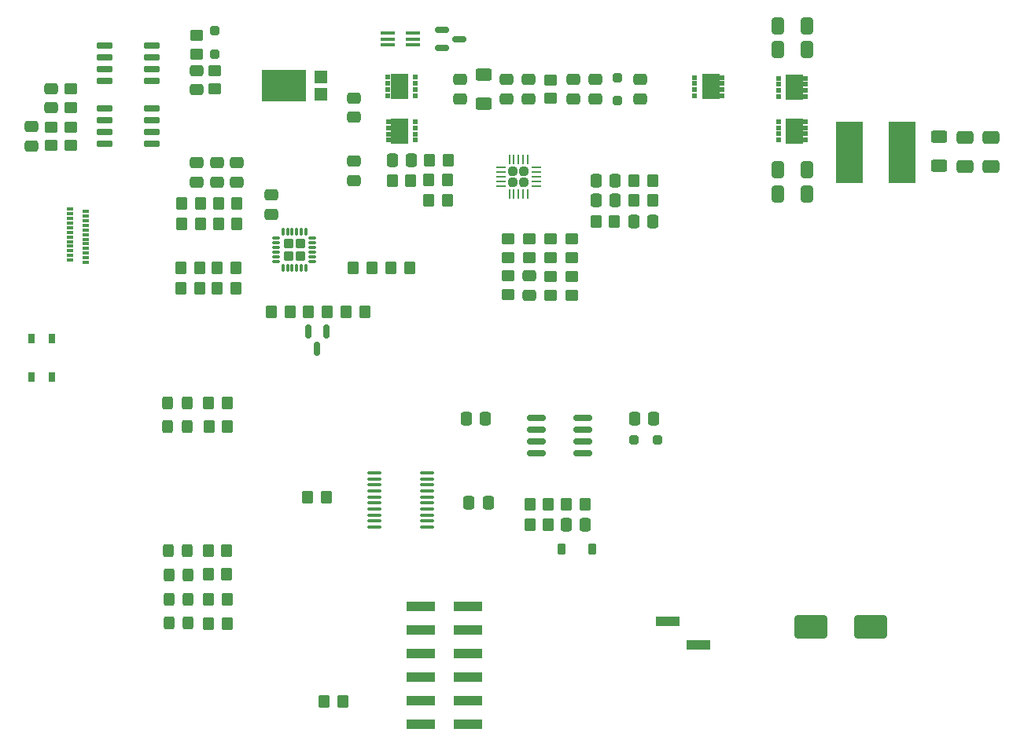
<source format=gtp>
G04 #@! TF.GenerationSoftware,KiCad,Pcbnew,7.0.1*
G04 #@! TF.CreationDate,2023-10-22T20:19:39-04:00*
G04 #@! TF.ProjectId,battery_charging_devboard,62617474-6572-4795-9f63-68617267696e,rev?*
G04 #@! TF.SameCoordinates,Original*
G04 #@! TF.FileFunction,Paste,Top*
G04 #@! TF.FilePolarity,Positive*
%FSLAX46Y46*%
G04 Gerber Fmt 4.6, Leading zero omitted, Abs format (unit mm)*
G04 Created by KiCad (PCBNEW 7.0.1) date 2023-10-22 20:19:39*
%MOMM*%
%LPD*%
G01*
G04 APERTURE LIST*
G04 Aperture macros list*
%AMRoundRect*
0 Rectangle with rounded corners*
0 $1 Rounding radius*
0 $2 $3 $4 $5 $6 $7 $8 $9 X,Y pos of 4 corners*
0 Add a 4 corners polygon primitive as box body*
4,1,4,$2,$3,$4,$5,$6,$7,$8,$9,$2,$3,0*
0 Add four circle primitives for the rounded corners*
1,1,$1+$1,$2,$3*
1,1,$1+$1,$4,$5*
1,1,$1+$1,$6,$7*
1,1,$1+$1,$8,$9*
0 Add four rect primitives between the rounded corners*
20,1,$1+$1,$2,$3,$4,$5,0*
20,1,$1+$1,$4,$5,$6,$7,0*
20,1,$1+$1,$6,$7,$8,$9,0*
20,1,$1+$1,$8,$9,$2,$3,0*%
G04 Aperture macros list end*
%ADD10RoundRect,0.250000X-0.650000X0.412500X-0.650000X-0.412500X0.650000X-0.412500X0.650000X0.412500X0*%
%ADD11RoundRect,0.250000X0.450000X-0.350000X0.450000X0.350000X-0.450000X0.350000X-0.450000X-0.350000X0*%
%ADD12R,0.500000X0.470000*%
%ADD13R,0.550000X0.470000*%
%ADD14R,1.850000X2.700000*%
%ADD15RoundRect,0.250000X-0.337500X-0.475000X0.337500X-0.475000X0.337500X0.475000X-0.337500X0.475000X0*%
%ADD16RoundRect,0.250000X-0.350000X-0.450000X0.350000X-0.450000X0.350000X0.450000X-0.350000X0.450000X0*%
%ADD17RoundRect,0.250000X0.475000X-0.337500X0.475000X0.337500X-0.475000X0.337500X-0.475000X-0.337500X0*%
%ADD18RoundRect,0.250000X-0.412500X-0.650000X0.412500X-0.650000X0.412500X0.650000X-0.412500X0.650000X0*%
%ADD19RoundRect,0.250000X0.350000X0.450000X-0.350000X0.450000X-0.350000X-0.450000X0.350000X-0.450000X0*%
%ADD20RoundRect,0.250000X-0.250000X-0.250000X0.250000X-0.250000X0.250000X0.250000X-0.250000X0.250000X0*%
%ADD21RoundRect,0.250000X-0.325000X-0.450000X0.325000X-0.450000X0.325000X0.450000X-0.325000X0.450000X0*%
%ADD22RoundRect,0.250000X-0.475000X0.337500X-0.475000X-0.337500X0.475000X-0.337500X0.475000X0.337500X0*%
%ADD23RoundRect,0.250000X0.337500X0.475000X-0.337500X0.475000X-0.337500X-0.475000X0.337500X-0.475000X0*%
%ADD24RoundRect,0.250000X-0.450000X0.350000X-0.450000X-0.350000X0.450000X-0.350000X0.450000X0.350000X0*%
%ADD25RoundRect,0.150000X-0.150000X0.587500X-0.150000X-0.587500X0.150000X-0.587500X0.150000X0.587500X0*%
%ADD26RoundRect,0.150000X-0.725000X-0.150000X0.725000X-0.150000X0.725000X0.150000X-0.725000X0.150000X0*%
%ADD27RoundRect,0.250000X-0.625000X0.400000X-0.625000X-0.400000X0.625000X-0.400000X0.625000X0.400000X0*%
%ADD28RoundRect,0.242500X-0.242500X-0.242500X0.242500X-0.242500X0.242500X0.242500X-0.242500X0.242500X0*%
%ADD29RoundRect,0.062500X-0.425000X-0.062500X0.425000X-0.062500X0.425000X0.062500X-0.425000X0.062500X0*%
%ADD30RoundRect,0.062500X-0.062500X-0.425000X0.062500X-0.425000X0.062500X0.425000X-0.062500X0.425000X0*%
%ADD31RoundRect,0.250000X1.500000X1.000000X-1.500000X1.000000X-1.500000X-1.000000X1.500000X-1.000000X0*%
%ADD32R,2.510000X1.000000*%
%ADD33RoundRect,0.250000X0.625000X-0.400000X0.625000X0.400000X-0.625000X0.400000X-0.625000X-0.400000X0*%
%ADD34RoundRect,0.225000X-0.225000X-0.375000X0.225000X-0.375000X0.225000X0.375000X-0.225000X0.375000X0*%
%ADD35R,0.700000X0.300000*%
%ADD36R,2.850000X6.600000*%
%ADD37R,0.650000X1.050000*%
%ADD38RoundRect,0.150000X-0.587500X-0.150000X0.587500X-0.150000X0.587500X0.150000X-0.587500X0.150000X0*%
%ADD39RoundRect,0.100000X0.637500X0.100000X-0.637500X0.100000X-0.637500X-0.100000X0.637500X-0.100000X0*%
%ADD40R,1.500000X0.400000*%
%ADD41RoundRect,0.150000X0.725000X0.150000X-0.725000X0.150000X-0.725000X-0.150000X0.725000X-0.150000X0*%
%ADD42RoundRect,0.250000X-0.285000X-0.285000X0.285000X-0.285000X0.285000X0.285000X-0.285000X0.285000X0*%
%ADD43RoundRect,0.075000X-0.350000X-0.075000X0.350000X-0.075000X0.350000X0.075000X-0.350000X0.075000X0*%
%ADD44RoundRect,0.075000X-0.075000X-0.350000X0.075000X-0.350000X0.075000X0.350000X-0.075000X0.350000X0*%
%ADD45RoundRect,0.150000X-0.825000X-0.150000X0.825000X-0.150000X0.825000X0.150000X-0.825000X0.150000X0*%
%ADD46RoundRect,0.250000X0.250000X-0.250000X0.250000X0.250000X-0.250000X0.250000X-0.250000X-0.250000X0*%
%ADD47R,3.150000X1.000000*%
%ADD48RoundRect,0.250000X-0.250000X0.250000X-0.250000X-0.250000X0.250000X-0.250000X0.250000X0.250000X0*%
%ADD49R,4.860000X3.360000*%
%ADD50R,1.400000X1.390000*%
G04 APERTURE END LIST*
D10*
X145800000Y-57237500D03*
X145800000Y-60362500D03*
D11*
X93775000Y-74158947D03*
X93775000Y-72158947D03*
D12*
X83780000Y-52687500D03*
X83780000Y-52037500D03*
X83780000Y-51387500D03*
X83780000Y-50737500D03*
D13*
X80880000Y-52687500D03*
X80880000Y-52037500D03*
D14*
X82075000Y-51712500D03*
D13*
X80880000Y-51387500D03*
X80880000Y-50737500D03*
D15*
X107422500Y-87515000D03*
X109497500Y-87515000D03*
D16*
X58700000Y-64337500D03*
X60700000Y-64337500D03*
D17*
X60300000Y-62025000D03*
X60300000Y-59950000D03*
D16*
X62600000Y-64337500D03*
X64600000Y-64337500D03*
D18*
X122837500Y-47725000D03*
X125962500Y-47725000D03*
D12*
X122895000Y-55527500D03*
X122895000Y-56177500D03*
X122895000Y-56827500D03*
X122895000Y-57477500D03*
D13*
X125795000Y-55527500D03*
X125795000Y-56177500D03*
D14*
X124600000Y-56502500D03*
D13*
X125795000Y-56827500D03*
X125795000Y-57477500D03*
D15*
X100057500Y-98920000D03*
X102132500Y-98920000D03*
D19*
X78350000Y-76037500D03*
X76350000Y-76037500D03*
D17*
X60250000Y-52062500D03*
X60250000Y-49987500D03*
D16*
X62500000Y-71237500D03*
X64500000Y-71237500D03*
D20*
X107350000Y-89800000D03*
X109850000Y-89800000D03*
D21*
X57220000Y-101780000D03*
X59270000Y-101780000D03*
X57175000Y-85800000D03*
X59225000Y-85800000D03*
D12*
X113900000Y-50750000D03*
X113900000Y-51400000D03*
X113900000Y-52050000D03*
X113900000Y-52700000D03*
D13*
X116800000Y-50750000D03*
X116800000Y-51400000D03*
D14*
X115605000Y-51725000D03*
D13*
X116800000Y-52050000D03*
X116800000Y-52700000D03*
D22*
X108000000Y-50962500D03*
X108000000Y-53037500D03*
D16*
X74000000Y-118000000D03*
X76000000Y-118000000D03*
D23*
X91367500Y-87515000D03*
X89292500Y-87515000D03*
D19*
X102095000Y-96790000D03*
X100095000Y-96790000D03*
D16*
X61600000Y-88400000D03*
X63600000Y-88400000D03*
D24*
X98400000Y-51000000D03*
X98400000Y-53000000D03*
D25*
X74200000Y-78100000D03*
X72300000Y-78100000D03*
X73250000Y-79975000D03*
D17*
X62450000Y-62025000D03*
X62450000Y-59950000D03*
D15*
X89597500Y-96590000D03*
X91672500Y-96590000D03*
D12*
X122895000Y-50825000D03*
X122895000Y-51475000D03*
X122895000Y-52125000D03*
X122895000Y-52775000D03*
D13*
X125795000Y-50825000D03*
X125795000Y-51475000D03*
D14*
X124600000Y-51800000D03*
D13*
X125795000Y-52125000D03*
X125795000Y-52775000D03*
D26*
X50325000Y-54082500D03*
X50325000Y-55352500D03*
X50325000Y-56622500D03*
X50325000Y-57892500D03*
X55475000Y-57892500D03*
X55475000Y-56622500D03*
X55475000Y-55352500D03*
X55475000Y-54082500D03*
D16*
X72200000Y-96000000D03*
X74200000Y-96000000D03*
D11*
X46700000Y-54000000D03*
X46700000Y-52000000D03*
D21*
X57290000Y-104350000D03*
X59340000Y-104350000D03*
D27*
X91200000Y-50450000D03*
X91200000Y-53550000D03*
D19*
X83200000Y-71287500D03*
X81200000Y-71287500D03*
D28*
X94325000Y-60858947D03*
X94325000Y-62058947D03*
X95525000Y-60858947D03*
X95525000Y-62058947D03*
D29*
X93037500Y-60458947D03*
X93037500Y-60958947D03*
X93037500Y-61458947D03*
X93037500Y-61958947D03*
X93037500Y-62458947D03*
D30*
X93925000Y-63346447D03*
X94425000Y-63346447D03*
X94925000Y-63346447D03*
X95425000Y-63346447D03*
X95925000Y-63346447D03*
D29*
X96812500Y-62458947D03*
X96812500Y-61958947D03*
X96812500Y-61458947D03*
X96812500Y-60958947D03*
X96812500Y-60458947D03*
D30*
X95925000Y-59571447D03*
X95425000Y-59571447D03*
X94925000Y-59571447D03*
X94425000Y-59571447D03*
X93925000Y-59571447D03*
D21*
X57310000Y-109580000D03*
X59360000Y-109580000D03*
D24*
X100625000Y-72208947D03*
X100625000Y-74208947D03*
D19*
X63495000Y-104330000D03*
X61495000Y-104330000D03*
D16*
X85275000Y-64008947D03*
X87275000Y-64008947D03*
D22*
X93600000Y-50962500D03*
X93600000Y-53037500D03*
D11*
X100625000Y-70158947D03*
X100625000Y-68158947D03*
D21*
X57290000Y-106980000D03*
X59340000Y-106980000D03*
D19*
X63565000Y-109650000D03*
X61565000Y-109650000D03*
D31*
X132850000Y-110000000D03*
X126350000Y-110000000D03*
D19*
X63555000Y-106990000D03*
X61555000Y-106990000D03*
D24*
X46700000Y-56087500D03*
X46700000Y-58087500D03*
D10*
X143025000Y-57237500D03*
X143025000Y-60362500D03*
D32*
X110945000Y-109330000D03*
X114255000Y-111870000D03*
D16*
X72300000Y-76037500D03*
X74300000Y-76037500D03*
X85275000Y-61808947D03*
X87275000Y-61808947D03*
D17*
X96000000Y-53037500D03*
X96000000Y-50962500D03*
D16*
X81325000Y-61862500D03*
X83325000Y-61862500D03*
D24*
X98375000Y-72208947D03*
X98375000Y-74208947D03*
D17*
X68300000Y-65475000D03*
X68300000Y-63400000D03*
X77200000Y-61837500D03*
X77200000Y-59762500D03*
D19*
X105250000Y-66237500D03*
X103250000Y-66237500D03*
D17*
X42450000Y-58137500D03*
X42450000Y-56062500D03*
D11*
X60250000Y-48237500D03*
X60250000Y-46237500D03*
D17*
X64600000Y-62037500D03*
X64600000Y-59962500D03*
D16*
X58600000Y-73437500D03*
X60600000Y-73437500D03*
D11*
X44600000Y-58087500D03*
X44600000Y-56087500D03*
D33*
X140200000Y-60262500D03*
X140200000Y-57162500D03*
D19*
X79150000Y-71287500D03*
X77150000Y-71287500D03*
D18*
X122837500Y-45200000D03*
X125962500Y-45200000D03*
D19*
X98125000Y-96780000D03*
X96125000Y-96780000D03*
D15*
X81325000Y-59687500D03*
X83400000Y-59687500D03*
D23*
X105337500Y-64008947D03*
X103262500Y-64008947D03*
D34*
X99535000Y-101590000D03*
X102835000Y-101590000D03*
D35*
X48370000Y-65187500D03*
X48370000Y-65687500D03*
X48370000Y-66187500D03*
X48370000Y-66687500D03*
X48370000Y-67187500D03*
X48370000Y-67687500D03*
X48370000Y-68187500D03*
X48370000Y-68687500D03*
X48370000Y-69187500D03*
X48370000Y-69687500D03*
X48370000Y-70187500D03*
X48370000Y-70687500D03*
X46670000Y-70437500D03*
X46670000Y-69937500D03*
X46670000Y-69437500D03*
X46670000Y-68937500D03*
X46670000Y-68437500D03*
X46670000Y-67937500D03*
X46670000Y-67437500D03*
X46670000Y-66937500D03*
X46670000Y-66437500D03*
X46670000Y-65937500D03*
X46670000Y-65437500D03*
X46670000Y-64937500D03*
D19*
X87362500Y-59637500D03*
X85362500Y-59637500D03*
D17*
X96075000Y-74233947D03*
X96075000Y-72158947D03*
D36*
X130575000Y-58800000D03*
X136225000Y-58800000D03*
D18*
X122875000Y-60700000D03*
X126000000Y-60700000D03*
D37*
X44675000Y-78925000D03*
X44675000Y-83075000D03*
X42525000Y-78925000D03*
X42525000Y-83075000D03*
D16*
X61575000Y-85800000D03*
X63575000Y-85800000D03*
D12*
X83825000Y-57497500D03*
X83825000Y-56847500D03*
X83825000Y-56197500D03*
X83825000Y-55547500D03*
D13*
X80925000Y-57497500D03*
X80925000Y-56847500D03*
D14*
X82120000Y-56522500D03*
D13*
X80925000Y-56197500D03*
X80925000Y-55547500D03*
D23*
X105337500Y-61858947D03*
X103262500Y-61858947D03*
D38*
X86662500Y-45650000D03*
X86662500Y-47550000D03*
X88537500Y-46600000D03*
D11*
X62250000Y-51987500D03*
X62250000Y-49987500D03*
D39*
X85092500Y-99215000D03*
X85092500Y-98565000D03*
X85092500Y-97915000D03*
X85092500Y-97265000D03*
X85092500Y-96615000D03*
X85092500Y-95965000D03*
X85092500Y-95315000D03*
X85092500Y-94665000D03*
X85092500Y-94015000D03*
X85092500Y-93365000D03*
X79367500Y-93365000D03*
X79367500Y-94015000D03*
X79367500Y-94665000D03*
X79367500Y-95315000D03*
X79367500Y-95965000D03*
X79367500Y-96615000D03*
X79367500Y-97265000D03*
X79367500Y-97915000D03*
X79367500Y-98565000D03*
X79367500Y-99215000D03*
D19*
X63505000Y-101770000D03*
X61505000Y-101770000D03*
D40*
X80870000Y-45950000D03*
X80870000Y-46600000D03*
X80870000Y-47250000D03*
X83530000Y-47250000D03*
X83530000Y-46600000D03*
X83530000Y-45950000D03*
D41*
X55475000Y-51092500D03*
X55475000Y-49822500D03*
X55475000Y-48552500D03*
X55475000Y-47282500D03*
X50325000Y-47282500D03*
X50325000Y-48552500D03*
X50325000Y-49822500D03*
X50325000Y-51092500D03*
D18*
X122875000Y-63300000D03*
X126000000Y-63300000D03*
D42*
X70140000Y-68677500D03*
X70140000Y-69997500D03*
X71460000Y-68677500D03*
X71460000Y-69997500D03*
D43*
X68850000Y-68087500D03*
X68850000Y-68587500D03*
X68850000Y-69087500D03*
X68850000Y-69587500D03*
X68850000Y-70087500D03*
X68850000Y-70587500D03*
D44*
X69550000Y-71287500D03*
X70050000Y-71287500D03*
X70550000Y-71287500D03*
X71050000Y-71287500D03*
X71550000Y-71287500D03*
X72050000Y-71287500D03*
D43*
X72750000Y-70587500D03*
X72750000Y-70087500D03*
X72750000Y-69587500D03*
X72750000Y-69087500D03*
X72750000Y-68587500D03*
X72750000Y-68087500D03*
D44*
X72050000Y-67387500D03*
X71550000Y-67387500D03*
X71050000Y-67387500D03*
X70550000Y-67387500D03*
X70050000Y-67387500D03*
X69550000Y-67387500D03*
D23*
X109387500Y-66237500D03*
X107312500Y-66237500D03*
D24*
X96075000Y-68146447D03*
X96075000Y-70146447D03*
D45*
X96880000Y-87485000D03*
X96880000Y-88755000D03*
X96880000Y-90025000D03*
X96880000Y-91295000D03*
X101830000Y-91295000D03*
X101830000Y-90025000D03*
X101830000Y-88755000D03*
X101830000Y-87485000D03*
D46*
X62250000Y-48237500D03*
X62250000Y-45737500D03*
D16*
X68300000Y-76037500D03*
X70300000Y-76037500D03*
D11*
X93775000Y-70158947D03*
X93775000Y-68158947D03*
D47*
X84400000Y-107800000D03*
X89450000Y-107800000D03*
X84400000Y-110340000D03*
X89450000Y-110340000D03*
X84400000Y-112880000D03*
X89450000Y-112880000D03*
X84400000Y-115420000D03*
X89450000Y-115420000D03*
X84400000Y-117960000D03*
X89450000Y-117960000D03*
X84400000Y-120500000D03*
X89450000Y-120500000D03*
D16*
X58600000Y-71237500D03*
X60600000Y-71237500D03*
D48*
X105600000Y-50750000D03*
X105600000Y-53250000D03*
D11*
X98375000Y-70158947D03*
X98375000Y-68158947D03*
D22*
X88600000Y-50962500D03*
X88600000Y-53037500D03*
D16*
X62600000Y-66537500D03*
X64600000Y-66537500D03*
D19*
X109350000Y-61833947D03*
X107350000Y-61833947D03*
D22*
X100800000Y-50962500D03*
X100800000Y-53037500D03*
X103200000Y-50962500D03*
X103200000Y-53037500D03*
D17*
X44600000Y-54037500D03*
X44600000Y-51962500D03*
D16*
X58700000Y-66537500D03*
X60700000Y-66537500D03*
D49*
X69680000Y-51600000D03*
D50*
X73662000Y-50680000D03*
X73662000Y-52520000D03*
D17*
X77200000Y-55037500D03*
X77200000Y-52962500D03*
D21*
X57175000Y-88400000D03*
X59225000Y-88400000D03*
D16*
X96135000Y-98920000D03*
X98135000Y-98920000D03*
X62500000Y-73437500D03*
X64500000Y-73437500D03*
D19*
X109350000Y-64008947D03*
X107350000Y-64008947D03*
M02*

</source>
